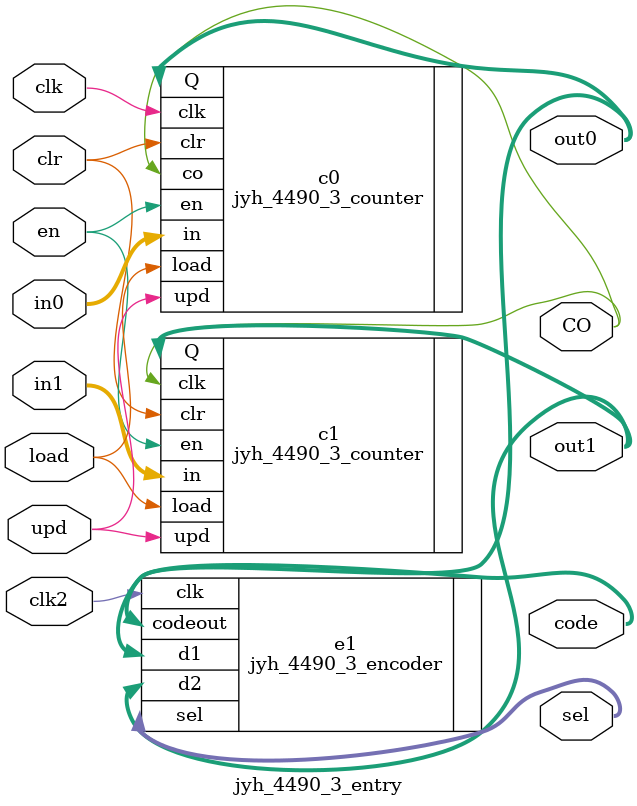
<source format=v>
module jyh_4490_3_entry(out1,		out0,		code,			sel, 			CO,
							//	十位输出 	个位输出 	数码管型码 	数码管位码 	进/借位标志位
								in1,		in0,		load,		clk,			clk2,			clr,			en,			upd);
							// 十位装载 	个位装载 	装载信号 	计数时钟信号 	数码管时钟		清零信号 		使能信号 		正反计数标志位

output [3:0] out1;
output [3:0] out0;
output [6:0] code;
output [1:0] sel;
output CO;
input [3:0] in1;
input [3:0] in0;
input clk,load,clr,en,upd,clk2;

//个位计数器
jyh_4490_3_counter c0(
.Q(out0),
.clk(clk),
.co(CO),
.clr(clr),
.load(load),
.in(in0),
.en(en),
.upd(upd));

//十位计数器
jyh_4490_3_counter c1(
.Q(out1),
.clk(CO),
.clr(clr),
.load(load),
.in(in1),
.en(en),
.upd(upd));

//四位数码管译码器
jyh_4490_3_encoder e1(
.codeout(code),
.d1(out0),
.d2(out1),
.clk(clk2),
.sel(sel)
);

endmodule

</source>
